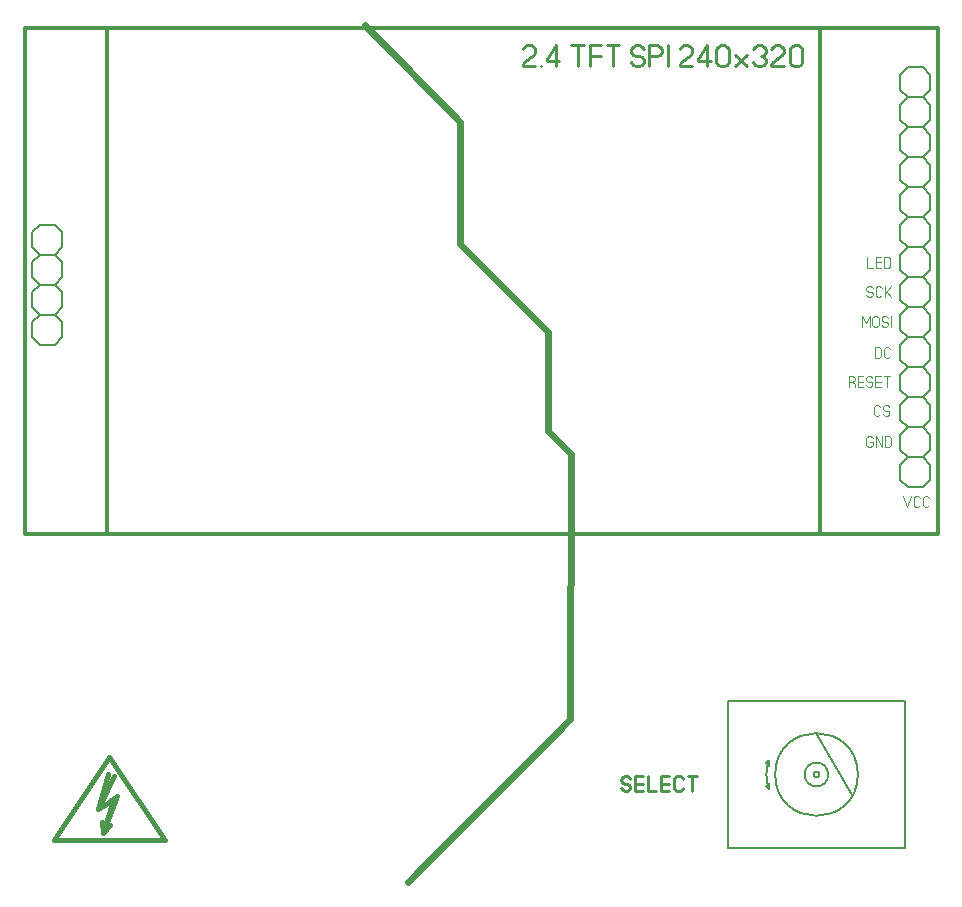
<source format=gbr>
%FSLAX34Y34*%
%MOMM*%
%LNSILK_TOP*%
G71*
G01*
%ADD10C,0.381*%
%ADD11C,0.200*%
%ADD12C,0.300*%
%ADD13C,0.222*%
%ADD14C,0.111*%
%ADD15C,0.600*%
%LPD*%
G54D10*
X75922Y53933D02*
X69928Y46948D01*
X81916Y77936D01*
X75922Y73948D01*
G54D10*
X73915Y96935D02*
X65914Y66938D01*
X78919Y94954D01*
G54D10*
X65914Y66938D02*
X77903Y74939D01*
X69928Y46948D01*
X68912Y55940D01*
G54D10*
X27916Y41005D02*
X74906Y110855D01*
X121896Y41005D01*
X27916Y41005D01*
G54D11*
X748890Y158950D02*
X598890Y158950D01*
G54D11*
X598890Y158950D02*
X598890Y33950D01*
G54D11*
X748890Y158950D02*
X748890Y33950D01*
X598890Y33950D01*
G54D11*
G75*
G01X708890Y96450D02*
G03X708890Y96450I-35000J0D01*
G01*
G54D11*
X673890Y131450D02*
X703890Y78950D01*
G54D11*
G75*
G01X683890Y96450D02*
G03X683890Y96450I-10000J0D01*
G01*
G54D11*
G75*
G01X632839Y107450D02*
G03X632839Y85450I41051J-11000D01*
G01*
G54D11*
X633890Y108950D02*
X631390Y106450D01*
G54D11*
X633890Y108950D02*
X633890Y103950D01*
G54D11*
X633890Y83950D02*
X631390Y86450D01*
G54D11*
X633890Y83950D02*
X633890Y88950D01*
G54D11*
G75*
G01X676390Y96450D02*
G03X676390Y96450I-2500J0D01*
G01*
G54D12*
X776624Y728537D02*
X3511Y728537D01*
X3511Y299912D01*
X776624Y299912D01*
X776624Y728537D01*
G54D12*
X676611Y299912D02*
X73361Y299912D01*
X73361Y728537D01*
X676611Y728537D01*
X676611Y299912D01*
G54D11*
X744873Y352300D02*
X744873Y345900D01*
X751173Y339600D01*
X763973Y339600D01*
X770273Y345900D01*
X770273Y358700D01*
X763973Y365000D01*
X751173Y365000D01*
X744873Y358700D01*
X744873Y352300D01*
G54D11*
X744873Y377700D02*
X744873Y371300D01*
X751173Y365000D01*
X763973Y365000D01*
X770273Y371300D01*
X770273Y384100D01*
X763973Y390400D01*
X751173Y390400D01*
X744873Y384100D01*
X744873Y377700D01*
G54D11*
X744873Y403100D02*
X744873Y396700D01*
X751173Y390400D01*
X763973Y390400D01*
X770273Y396700D01*
X770273Y409500D01*
X763973Y415800D01*
X751173Y415800D01*
X744873Y409500D01*
X744873Y403100D01*
G54D11*
X744873Y428500D02*
X744873Y422100D01*
X751173Y415800D01*
X763973Y415800D01*
X770273Y422100D01*
X770273Y434900D01*
X763973Y441200D01*
X751173Y441200D01*
X744873Y434900D01*
X744873Y428500D01*
G54D11*
X744873Y453900D02*
X744873Y447500D01*
X751173Y441200D01*
X763973Y441200D01*
X770273Y447500D01*
X770273Y460300D01*
X763973Y466600D01*
X751173Y466600D01*
X744873Y460300D01*
X744873Y453900D01*
G54D11*
X744873Y479300D02*
X744873Y472900D01*
X751173Y466600D01*
X763973Y466600D01*
X770273Y472900D01*
X770273Y485700D01*
X763973Y492000D01*
X751173Y492000D01*
X744873Y485700D01*
X744873Y479300D01*
G54D11*
X744873Y504700D02*
X744873Y498300D01*
X751173Y492000D01*
X763973Y492000D01*
X770273Y498300D01*
X770273Y511100D01*
X763973Y517400D01*
X751173Y517400D01*
X744873Y511100D01*
X744873Y504700D01*
G54D11*
X744873Y530100D02*
X744873Y523700D01*
X751173Y517400D01*
X763973Y517400D01*
X770273Y523700D01*
X770273Y536500D01*
X763973Y542800D01*
X751173Y542800D01*
X744873Y536500D01*
X744873Y530100D01*
G54D11*
X744873Y555500D02*
X744873Y549100D01*
X751173Y542800D01*
X763973Y542800D01*
X770273Y549100D01*
X770273Y561900D01*
X763973Y568200D01*
X751173Y568200D01*
X744873Y561900D01*
X744873Y555500D01*
G54D11*
X744873Y580900D02*
X744873Y574500D01*
X751173Y568200D01*
X763973Y568200D01*
X770273Y574500D01*
X770273Y587300D01*
X763973Y593600D01*
X751173Y593600D01*
X744873Y587300D01*
X744873Y580900D01*
G54D11*
X744873Y606300D02*
X744873Y599900D01*
X751173Y593600D01*
X763973Y593600D01*
X770273Y599900D01*
X770273Y612700D01*
X763973Y619000D01*
X751173Y619000D01*
X744873Y612700D01*
X744873Y606300D01*
G54D11*
X744873Y631700D02*
X744873Y625300D01*
X751173Y619000D01*
X763973Y619000D01*
X770273Y625300D01*
X770273Y638100D01*
X763973Y644400D01*
X751173Y644400D01*
X744873Y638100D01*
X744873Y631700D01*
G54D11*
X744873Y657100D02*
X744873Y650700D01*
X751173Y644400D01*
X763973Y644400D01*
X770273Y650700D01*
X770273Y663500D01*
X763973Y669800D01*
X751173Y669800D01*
X744873Y663500D01*
X744873Y657100D01*
G54D11*
X744873Y682500D02*
X744873Y676100D01*
X751173Y669800D01*
X763973Y669800D01*
X770273Y676100D01*
X770273Y688900D01*
X763973Y695200D01*
X751173Y695200D01*
X744873Y688900D01*
X744873Y682500D01*
G54D11*
X9860Y472950D02*
X9860Y466550D01*
X16160Y460250D01*
X28960Y460250D01*
X35260Y466550D01*
X35260Y479350D01*
X28960Y485650D01*
X16160Y485650D01*
X9860Y479350D01*
X9860Y472950D01*
G54D11*
X9860Y498350D02*
X9860Y491950D01*
X16160Y485650D01*
X28960Y485650D01*
X35260Y491950D01*
X35260Y504750D01*
X28960Y511050D01*
X16160Y511050D01*
X9860Y504750D01*
X9860Y498350D01*
G54D11*
X9860Y523750D02*
X9860Y517350D01*
X16160Y511050D01*
X28960Y511050D01*
X35260Y517350D01*
X35260Y530150D01*
X28960Y536450D01*
X16160Y536450D01*
X9860Y530150D01*
X9860Y523750D01*
G54D11*
X9860Y549150D02*
X9860Y542750D01*
X16160Y536450D01*
X28960Y536450D01*
X35260Y542750D01*
X35260Y555550D01*
X28960Y561850D01*
X16160Y561850D01*
X9860Y555550D01*
X9860Y549150D01*
G54D13*
X435844Y695941D02*
X425178Y695941D01*
X425178Y697052D01*
X426511Y699274D01*
X434511Y705941D01*
X435844Y708163D01*
X435844Y710386D01*
X434511Y712608D01*
X431844Y713719D01*
X429178Y713719D01*
X426511Y712608D01*
X425178Y710386D01*
G54D13*
X440734Y695941D02*
X440734Y695941D01*
G54D13*
X453623Y695941D02*
X453623Y713719D01*
X445623Y702608D01*
X445623Y700386D01*
X456290Y700386D01*
G54D13*
X471668Y695941D02*
X471668Y713719D01*
G54D13*
X466335Y713719D02*
X477002Y713719D01*
G54D13*
X481891Y695941D02*
X481891Y713719D01*
X491224Y713719D01*
G54D13*
X481891Y704830D02*
X491224Y704830D01*
G54D13*
X501446Y695941D02*
X501446Y713719D01*
G54D13*
X496113Y713719D02*
X506780Y713719D01*
G54D13*
X516825Y699274D02*
X518158Y697052D01*
X520825Y695941D01*
X523492Y695941D01*
X526158Y697052D01*
X527492Y699274D01*
X527492Y701497D01*
X526158Y703719D01*
X523492Y704830D01*
X520825Y704830D01*
X518158Y705941D01*
X516825Y708163D01*
X516825Y710386D01*
X518158Y712608D01*
X520825Y713719D01*
X523492Y713719D01*
X526158Y712608D01*
X527492Y710386D01*
G54D13*
X532381Y695941D02*
X532381Y713719D01*
X539048Y713719D01*
X541714Y712608D01*
X543048Y710386D01*
X543048Y708163D01*
X541714Y705941D01*
X539048Y704830D01*
X532381Y704830D01*
G54D13*
X547937Y695941D02*
X547937Y713719D01*
G54D13*
X568648Y695941D02*
X557982Y695941D01*
X557982Y697052D01*
X559315Y699274D01*
X567315Y705941D01*
X568648Y708163D01*
X568648Y710386D01*
X567315Y712608D01*
X564648Y713719D01*
X561982Y713719D01*
X559315Y712608D01*
X557982Y710386D01*
G54D13*
X581538Y695941D02*
X581538Y713719D01*
X573538Y702608D01*
X573538Y700386D01*
X584204Y700386D01*
G54D13*
X599760Y710386D02*
X599760Y699274D01*
X598427Y697052D01*
X595760Y695941D01*
X593094Y695941D01*
X590427Y697052D01*
X589094Y699274D01*
X589094Y710386D01*
X590427Y712608D01*
X593094Y713719D01*
X595760Y713719D01*
X598427Y712608D01*
X599760Y710386D01*
G54D13*
X604650Y705941D02*
X615316Y695941D01*
G54D13*
X604650Y695941D02*
X615316Y705941D01*
G54D13*
X620206Y710386D02*
X621539Y712608D01*
X624206Y713719D01*
X626872Y713719D01*
X629539Y712608D01*
X630872Y710386D01*
X630872Y708163D01*
X629539Y705941D01*
X626872Y704830D01*
X629539Y703719D01*
X630872Y701497D01*
X630872Y699274D01*
X629539Y697052D01*
X626872Y695941D01*
X624206Y695941D01*
X621539Y697052D01*
X620206Y699274D01*
G54D13*
X646428Y695941D02*
X635762Y695941D01*
X635762Y697052D01*
X637095Y699274D01*
X645095Y705941D01*
X646428Y708163D01*
X646428Y710386D01*
X645095Y712608D01*
X642428Y713719D01*
X639762Y713719D01*
X637095Y712608D01*
X635762Y710386D01*
G54D13*
X661984Y710386D02*
X661984Y699274D01*
X660651Y697052D01*
X657984Y695941D01*
X655318Y695941D01*
X652651Y697052D01*
X651318Y699274D01*
X651318Y710386D01*
X652651Y712608D01*
X655318Y713719D01*
X657984Y713719D01*
X660651Y712608D01*
X661984Y710386D01*
G54D14*
X716917Y534406D02*
X716917Y525518D01*
X721584Y525518D01*
G54D14*
X728695Y525518D02*
X724028Y525518D01*
X724028Y534406D01*
X728695Y534406D01*
G54D14*
X724028Y529962D02*
X728695Y529962D01*
G54D14*
X731139Y525518D02*
X731139Y534406D01*
X734472Y534406D01*
X735806Y533851D01*
X736472Y532740D01*
X736472Y527184D01*
X735806Y526073D01*
X734472Y525518D01*
X731139Y525518D01*
G54D14*
X716124Y502578D02*
X716790Y501467D01*
X718124Y500911D01*
X719457Y500911D01*
X720790Y501467D01*
X721457Y502578D01*
X721457Y503689D01*
X720790Y504800D01*
X719457Y505356D01*
X718124Y505356D01*
X716790Y505911D01*
X716124Y507022D01*
X716124Y508134D01*
X716790Y509245D01*
X718124Y509800D01*
X719457Y509800D01*
X720790Y509245D01*
X721457Y508134D01*
G54D14*
X729234Y502578D02*
X728567Y501467D01*
X727234Y500911D01*
X725900Y500911D01*
X724567Y501467D01*
X723900Y502578D01*
X723900Y508134D01*
X724567Y509245D01*
X725900Y509800D01*
X727234Y509800D01*
X728567Y509245D01*
X729234Y508134D01*
G54D14*
X731678Y500911D02*
X731678Y509800D01*
G54D14*
X731678Y503689D02*
X737011Y509800D01*
G54D14*
X733678Y505356D02*
X737011Y500911D01*
G54D14*
X712154Y475511D02*
X712154Y484400D01*
X715488Y478845D01*
X718821Y484400D01*
X718821Y475511D01*
G54D14*
X726599Y482734D02*
X726599Y477178D01*
X725932Y476067D01*
X724599Y475511D01*
X723266Y475511D01*
X721932Y476067D01*
X721266Y477178D01*
X721266Y482734D01*
X721932Y483845D01*
X723266Y484400D01*
X724599Y484400D01*
X725932Y483845D01*
X726599Y482734D01*
G54D14*
X729042Y477178D02*
X729709Y476067D01*
X731042Y475511D01*
X732376Y475511D01*
X733709Y476067D01*
X734376Y477178D01*
X734376Y478289D01*
X733709Y479400D01*
X732376Y479956D01*
X731042Y479956D01*
X729709Y480511D01*
X729042Y481622D01*
X729042Y482734D01*
X729709Y483845D01*
X731042Y484400D01*
X732376Y484400D01*
X733709Y483845D01*
X734376Y482734D01*
G54D14*
X736820Y475511D02*
X736820Y484400D01*
G54D14*
X723267Y449318D02*
X723267Y458206D01*
X726600Y458206D01*
X727934Y457651D01*
X728600Y456540D01*
X728600Y450984D01*
X727934Y449873D01*
X726600Y449318D01*
X723267Y449318D01*
G54D14*
X736378Y450984D02*
X735711Y449873D01*
X734378Y449318D01*
X733044Y449318D01*
X731711Y449873D01*
X731044Y450984D01*
X731044Y456540D01*
X731711Y457651D01*
X733044Y458206D01*
X734378Y458206D01*
X735711Y457651D01*
X736378Y456540D01*
G54D14*
X703709Y429156D02*
X705709Y428045D01*
X706376Y426934D01*
X706376Y424711D01*
G54D14*
X701042Y424711D02*
X701042Y433600D01*
X704376Y433600D01*
X705709Y433045D01*
X706376Y431934D01*
X706376Y430822D01*
X705709Y429711D01*
X704376Y429156D01*
X701042Y429156D01*
G54D14*
X713486Y424711D02*
X708819Y424711D01*
X708819Y433600D01*
X713486Y433600D01*
G54D14*
X708819Y429156D02*
X713486Y429156D01*
G54D14*
X715930Y426378D02*
X716597Y425267D01*
X717930Y424711D01*
X719264Y424711D01*
X720597Y425267D01*
X721264Y426378D01*
X721264Y427489D01*
X720597Y428600D01*
X719264Y429156D01*
X717930Y429156D01*
X716597Y429711D01*
X715930Y430822D01*
X715930Y431934D01*
X716597Y433045D01*
X717930Y433600D01*
X719264Y433600D01*
X720597Y433045D01*
X721264Y431934D01*
G54D14*
X728374Y424711D02*
X723707Y424711D01*
X723707Y433600D01*
X728374Y433600D01*
G54D14*
X723707Y429156D02*
X728374Y429156D01*
G54D14*
X733485Y424711D02*
X733485Y433600D01*
G54D14*
X730818Y433600D02*
X736152Y433600D01*
G54D14*
X727807Y401772D02*
X727140Y400660D01*
X725807Y400105D01*
X724474Y400105D01*
X723140Y400660D01*
X722474Y401772D01*
X722474Y407327D01*
X723140Y408438D01*
X724474Y408994D01*
X725807Y408994D01*
X727140Y408438D01*
X727807Y407327D01*
G54D14*
X730250Y401772D02*
X730917Y400660D01*
X732250Y400105D01*
X733584Y400105D01*
X734917Y400660D01*
X735584Y401772D01*
X735584Y402883D01*
X734917Y403994D01*
X733584Y404550D01*
X732250Y404550D01*
X730917Y405105D01*
X730250Y406216D01*
X730250Y407327D01*
X730917Y408438D01*
X732250Y408994D01*
X733584Y408994D01*
X734917Y408438D01*
X735584Y407327D01*
G54D14*
X718790Y378356D02*
X721457Y378356D01*
X721457Y375578D01*
X720790Y374467D01*
X719457Y373911D01*
X718124Y373911D01*
X716790Y374467D01*
X716124Y375578D01*
X716124Y381134D01*
X716790Y382245D01*
X718124Y382800D01*
X719457Y382800D01*
X720790Y382245D01*
X721457Y381134D01*
G54D14*
X723900Y373911D02*
X723900Y382800D01*
X729234Y373911D01*
X729234Y382800D01*
G54D14*
X731678Y373911D02*
X731678Y382800D01*
X735011Y382800D01*
X736344Y382245D01*
X737011Y381134D01*
X737011Y375578D01*
X736344Y374467D01*
X735011Y373911D01*
X731678Y373911D01*
G54D14*
X747080Y332000D02*
X750413Y323111D01*
X753746Y332000D01*
G54D14*
X761524Y324778D02*
X760857Y323667D01*
X759524Y323111D01*
X758190Y323111D01*
X756857Y323667D01*
X756190Y324778D01*
X756190Y330334D01*
X756857Y331445D01*
X758190Y332000D01*
X759524Y332000D01*
X760857Y331445D01*
X761524Y330334D01*
G54D14*
X769301Y324778D02*
X768634Y323667D01*
X767301Y323111D01*
X765968Y323111D01*
X764634Y323667D01*
X763968Y324778D01*
X763968Y330334D01*
X764634Y331445D01*
X765968Y332000D01*
X767301Y332000D01*
X768634Y331445D01*
X769301Y330334D01*
G54D13*
X508804Y84803D02*
X509737Y83247D01*
X511604Y82469D01*
X513471Y82469D01*
X515337Y83247D01*
X516271Y84803D01*
X516271Y86358D01*
X515337Y87914D01*
X513471Y88692D01*
X511604Y88692D01*
X509737Y89469D01*
X508804Y91025D01*
X508804Y92580D01*
X509737Y94136D01*
X511604Y94914D01*
X513471Y94914D01*
X515337Y94136D01*
X516271Y92580D01*
G54D13*
X527160Y82469D02*
X520627Y82469D01*
X520627Y94914D01*
X527160Y94914D01*
G54D13*
X520627Y88692D02*
X527160Y88692D01*
G54D13*
X531516Y94914D02*
X531516Y82469D01*
X538049Y82469D01*
G54D13*
X548938Y82469D02*
X542405Y82469D01*
X542405Y94914D01*
X548938Y94914D01*
G54D13*
X542405Y88692D02*
X548938Y88692D01*
G54D13*
X560761Y84803D02*
X559827Y83247D01*
X557961Y82469D01*
X556094Y82469D01*
X554227Y83247D01*
X553294Y84803D01*
X553294Y92580D01*
X554227Y94136D01*
X556094Y94914D01*
X557961Y94914D01*
X559827Y94136D01*
X560761Y92580D01*
G54D13*
X568850Y82469D02*
X568850Y94914D01*
G54D13*
X565117Y94914D02*
X572584Y94914D01*
G54D15*
X327819Y5556D02*
X465534Y143272D01*
X466328Y367903D01*
X446881Y387350D01*
X446881Y470694D01*
X372269Y545306D01*
X372269Y648494D01*
X291306Y731044D01*
M02*

</source>
